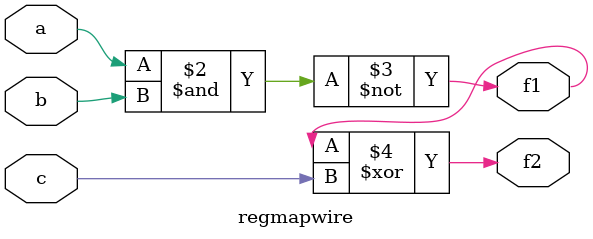
<source format=v>
module regmapwire (a,b,c,f1,f2);
input a,b,c;
output f1,f2;
wire a,b,c;
reg f1,f2;
always@(a or b or c)
begin
f1=~(a&b);
f2=f1^c;    
end
endmodule

</source>
